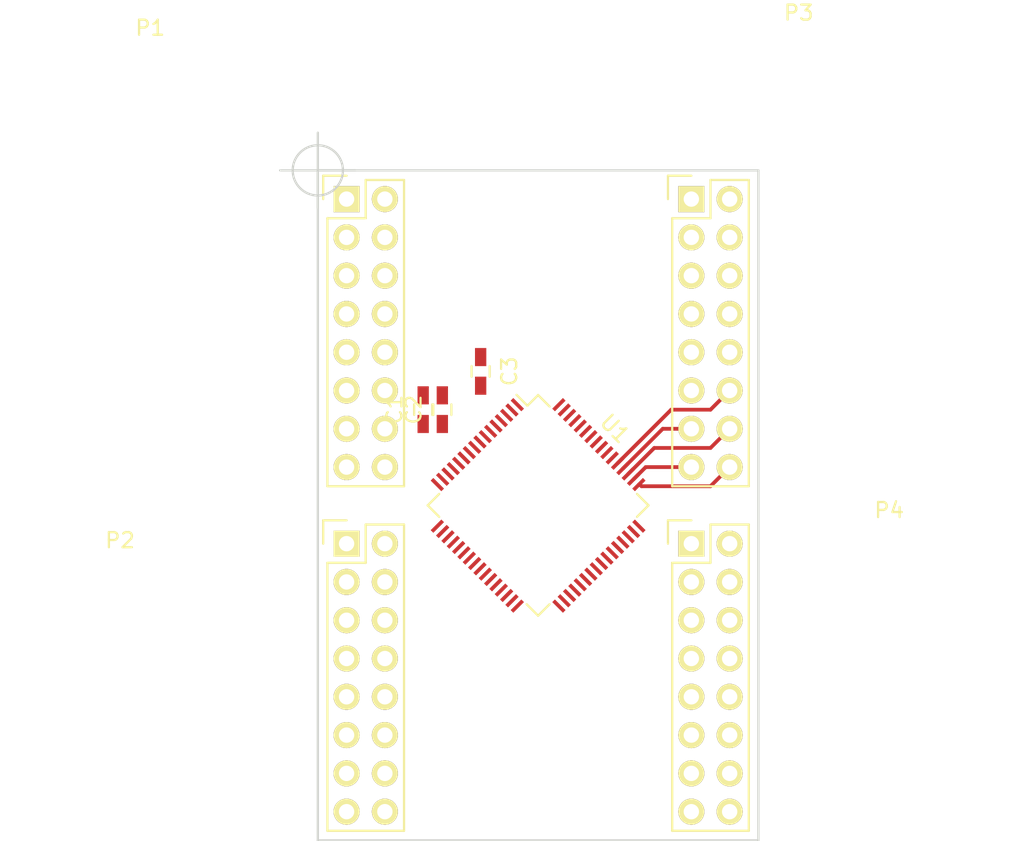
<source format=kicad_pcb>
(kicad_pcb (version 4) (host pcbnew 4.0.1-stable)

  (general
    (links 71)
    (no_connects 71)
    (area 0 0 0 0)
    (thickness 1.6)
    (drawings 5)
    (tracks 14)
    (zones 0)
    (modules 8)
    (nets 64)
  )

  (page A4)
  (layers
    (0 F.Cu signal)
    (31 B.Cu signal)
    (32 B.Adhes user)
    (33 F.Adhes user)
    (34 B.Paste user)
    (35 F.Paste user)
    (36 B.SilkS user)
    (37 F.SilkS user)
    (38 B.Mask user)
    (39 F.Mask user)
    (40 Dwgs.User user)
    (41 Cmts.User user)
    (42 Eco1.User user)
    (43 Eco2.User user)
    (44 Edge.Cuts user)
    (45 Margin user)
    (46 B.CrtYd user)
    (47 F.CrtYd user)
    (48 B.Fab user)
    (49 F.Fab user)
  )

  (setup
    (last_trace_width 0.25)
    (trace_clearance 0.2)
    (zone_clearance 0.508)
    (zone_45_only no)
    (trace_min 0.2)
    (segment_width 0.2)
    (edge_width 0.15)
    (via_size 0.6)
    (via_drill 0.4)
    (via_min_size 0.4)
    (via_min_drill 0.3)
    (uvia_size 0.3)
    (uvia_drill 0.1)
    (uvias_allowed no)
    (uvia_min_size 0.2)
    (uvia_min_drill 0.1)
    (pcb_text_width 0.3)
    (pcb_text_size 1.5 1.5)
    (mod_edge_width 0.15)
    (mod_text_size 1 1)
    (mod_text_width 0.15)
    (pad_size 1.524 1.524)
    (pad_drill 0.762)
    (pad_to_mask_clearance 0.2)
    (aux_axis_origin 0 0)
    (visible_elements 7FFFFFFF)
    (pcbplotparams
      (layerselection 0x00030_80000001)
      (usegerberextensions false)
      (excludeedgelayer true)
      (linewidth 0.100000)
      (plotframeref false)
      (viasonmask false)
      (mode 1)
      (useauxorigin false)
      (hpglpennumber 1)
      (hpglpenspeed 20)
      (hpglpendiameter 15)
      (hpglpenoverlay 2)
      (psnegative false)
      (psa4output false)
      (plotreference true)
      (plotvalue true)
      (plotinvisibletext false)
      (padsonsilk false)
      (subtractmaskfromsilk false)
      (outputformat 1)
      (mirror false)
      (drillshape 1)
      (scaleselection 1)
      (outputdirectory ""))
  )

  (net 0 "")
  (net 1 +3V3)
  (net 2 GND)
  (net 3 "Net-(C3-Pad1)")
  (net 4 /P120)
  (net 5 /P43)
  (net 6 /P42)
  (net 7 /P41)
  (net 8 /P40)
  (net 9 //RESET)
  (net 10 /P124)
  (net 11 /P123)
  (net 12 /P137)
  (net 13 /P122)
  (net 14 /P121)
  (net 15 "Net-(P1-Pad12)")
  (net 16 /P60)
  (net 17 /P61)
  (net 18 /P62)
  (net 19 /P63)
  (net 20 /P31)
  (net 21 /P77)
  (net 22 /P76)
  (net 23 /P75)
  (net 24 /P74)
  (net 25 /P73)
  (net 26 /P72)
  (net 27 /P71)
  (net 28 /P70)
  (net 29 /P06)
  (net 30 /P05)
  (net 31 /P30)
  (net 32 /P141)
  (net 33 /P140)
  (net 34 /P01)
  (net 35 /P00)
  (net 36 /P03)
  (net 37 /P02)
  (net 38 /P130)
  (net 39 /P04)
  (net 40 /P21)
  (net 41 /P20)
  (net 42 /P23)
  (net 43 /P22)
  (net 44 /P25)
  (net 45 /P24)
  (net 46 /P27)
  (net 47 /P26)
  (net 48 /P146)
  (net 49 /P147)
  (net 50 /P11)
  (net 51 /P10)
  (net 52 /P13)
  (net 53 /P12)
  (net 54 /P15)
  (net 55 /P14)
  (net 56 /P17)
  (net 57 /P16)
  (net 58 /P54)
  (net 59 /P55)
  (net 60 /P52)
  (net 61 /P53)
  (net 62 /P50)
  (net 63 /P51)

  (net_class Default "これは標準のネット クラスです。"
    (clearance 0.2)
    (trace_width 0.25)
    (via_dia 0.6)
    (via_drill 0.4)
    (uvia_dia 0.3)
    (uvia_drill 0.1)
    (add_net +3V3)
    (add_net //RESET)
    (add_net /P00)
    (add_net /P01)
    (add_net /P02)
    (add_net /P03)
    (add_net /P04)
    (add_net /P05)
    (add_net /P06)
    (add_net /P10)
    (add_net /P11)
    (add_net /P12)
    (add_net /P120)
    (add_net /P121)
    (add_net /P122)
    (add_net /P123)
    (add_net /P124)
    (add_net /P13)
    (add_net /P130)
    (add_net /P137)
    (add_net /P14)
    (add_net /P140)
    (add_net /P141)
    (add_net /P146)
    (add_net /P147)
    (add_net /P15)
    (add_net /P16)
    (add_net /P17)
    (add_net /P20)
    (add_net /P21)
    (add_net /P22)
    (add_net /P23)
    (add_net /P24)
    (add_net /P25)
    (add_net /P26)
    (add_net /P27)
    (add_net /P30)
    (add_net /P31)
    (add_net /P40)
    (add_net /P41)
    (add_net /P42)
    (add_net /P43)
    (add_net /P50)
    (add_net /P51)
    (add_net /P52)
    (add_net /P53)
    (add_net /P54)
    (add_net /P55)
    (add_net /P60)
    (add_net /P61)
    (add_net /P62)
    (add_net /P63)
    (add_net /P70)
    (add_net /P71)
    (add_net /P72)
    (add_net /P73)
    (add_net /P74)
    (add_net /P75)
    (add_net /P76)
    (add_net /P77)
    (add_net GND)
    (add_net "Net-(C3-Pad1)")
    (add_net "Net-(P1-Pad12)")
  )

  (module Capacitors_SMD:C_0603_HandSoldering (layer F.Cu) (tedit 541A9B4D) (tstamp 57BBABB0)
    (at 165.1 100.33 90)
    (descr "Capacitor SMD 0603, hand soldering")
    (tags "capacitor 0603")
    (path /57AA5CE0)
    (attr smd)
    (fp_text reference C1 (at 0 -1.9 90) (layer F.SilkS)
      (effects (font (size 1 1) (thickness 0.15)))
    )
    (fp_text value 0.1uF (at 0 1.9 90) (layer F.Fab)
      (effects (font (size 1 1) (thickness 0.15)))
    )
    (fp_line (start -1.85 -0.75) (end 1.85 -0.75) (layer F.CrtYd) (width 0.05))
    (fp_line (start -1.85 0.75) (end 1.85 0.75) (layer F.CrtYd) (width 0.05))
    (fp_line (start -1.85 -0.75) (end -1.85 0.75) (layer F.CrtYd) (width 0.05))
    (fp_line (start 1.85 -0.75) (end 1.85 0.75) (layer F.CrtYd) (width 0.05))
    (fp_line (start -0.35 -0.6) (end 0.35 -0.6) (layer F.SilkS) (width 0.15))
    (fp_line (start 0.35 0.6) (end -0.35 0.6) (layer F.SilkS) (width 0.15))
    (pad 1 smd rect (at -0.95 0 90) (size 1.2 0.75) (layers F.Cu F.Paste F.Mask)
      (net 1 +3V3))
    (pad 2 smd rect (at 0.95 0 90) (size 1.2 0.75) (layers F.Cu F.Paste F.Mask)
      (net 2 GND))
    (model Capacitors_SMD.3dshapes/C_0603_HandSoldering.wrl
      (at (xyz 0 0 0))
      (scale (xyz 1 1 1))
      (rotate (xyz 0 0 0))
    )
  )

  (module Capacitors_SMD:C_0603_HandSoldering (layer F.Cu) (tedit 541A9B4D) (tstamp 57BBABBC)
    (at 166.37 100.33 90)
    (descr "Capacitor SMD 0603, hand soldering")
    (tags "capacitor 0603")
    (path /57AA5D92)
    (attr smd)
    (fp_text reference C2 (at 0 -1.9 90) (layer F.SilkS)
      (effects (font (size 1 1) (thickness 0.15)))
    )
    (fp_text value 0.1uF (at 0 1.9 90) (layer F.Fab)
      (effects (font (size 1 1) (thickness 0.15)))
    )
    (fp_line (start -1.85 -0.75) (end 1.85 -0.75) (layer F.CrtYd) (width 0.05))
    (fp_line (start -1.85 0.75) (end 1.85 0.75) (layer F.CrtYd) (width 0.05))
    (fp_line (start -1.85 -0.75) (end -1.85 0.75) (layer F.CrtYd) (width 0.05))
    (fp_line (start 1.85 -0.75) (end 1.85 0.75) (layer F.CrtYd) (width 0.05))
    (fp_line (start -0.35 -0.6) (end 0.35 -0.6) (layer F.SilkS) (width 0.15))
    (fp_line (start 0.35 0.6) (end -0.35 0.6) (layer F.SilkS) (width 0.15))
    (pad 1 smd rect (at -0.95 0 90) (size 1.2 0.75) (layers F.Cu F.Paste F.Mask)
      (net 1 +3V3))
    (pad 2 smd rect (at 0.95 0 90) (size 1.2 0.75) (layers F.Cu F.Paste F.Mask)
      (net 2 GND))
    (model Capacitors_SMD.3dshapes/C_0603_HandSoldering.wrl
      (at (xyz 0 0 0))
      (scale (xyz 1 1 1))
      (rotate (xyz 0 0 0))
    )
  )

  (module Capacitors_SMD:C_0603_HandSoldering (layer F.Cu) (tedit 541A9B4D) (tstamp 57BBABC8)
    (at 168.91 97.79 270)
    (descr "Capacitor SMD 0603, hand soldering")
    (tags "capacitor 0603")
    (path /57AA5A71)
    (attr smd)
    (fp_text reference C3 (at 0 -1.9 270) (layer F.SilkS)
      (effects (font (size 1 1) (thickness 0.15)))
    )
    (fp_text value 1uF (at 0 1.9 270) (layer F.Fab)
      (effects (font (size 1 1) (thickness 0.15)))
    )
    (fp_line (start -1.85 -0.75) (end 1.85 -0.75) (layer F.CrtYd) (width 0.05))
    (fp_line (start -1.85 0.75) (end 1.85 0.75) (layer F.CrtYd) (width 0.05))
    (fp_line (start -1.85 -0.75) (end -1.85 0.75) (layer F.CrtYd) (width 0.05))
    (fp_line (start 1.85 -0.75) (end 1.85 0.75) (layer F.CrtYd) (width 0.05))
    (fp_line (start -0.35 -0.6) (end 0.35 -0.6) (layer F.SilkS) (width 0.15))
    (fp_line (start 0.35 0.6) (end -0.35 0.6) (layer F.SilkS) (width 0.15))
    (pad 1 smd rect (at -0.95 0 270) (size 1.2 0.75) (layers F.Cu F.Paste F.Mask)
      (net 3 "Net-(C3-Pad1)"))
    (pad 2 smd rect (at 0.95 0 270) (size 1.2 0.75) (layers F.Cu F.Paste F.Mask)
      (net 2 GND))
    (model Capacitors_SMD.3dshapes/C_0603_HandSoldering.wrl
      (at (xyz 0 0 0))
      (scale (xyz 1 1 1))
      (rotate (xyz 0 0 0))
    )
  )

  (module Pin_Headers:Pin_Header_Straight_2x08 (layer F.Cu) (tedit 57BBE33B) (tstamp 57BBABE8)
    (at 160.02 86.36)
    (descr "Through hole pin header")
    (tags "pin header")
    (path /57B27F81)
    (fp_text reference P1 (at -13.02 -11.36) (layer F.SilkS)
      (effects (font (size 1 1) (thickness 0.15)))
    )
    (fp_text value CONN_02X08 (at -14.02 -9.36) (layer F.Fab)
      (effects (font (size 1 1) (thickness 0.15)))
    )
    (fp_line (start -1.75 -1.75) (end -1.75 19.55) (layer F.CrtYd) (width 0.05))
    (fp_line (start 4.3 -1.75) (end 4.3 19.55) (layer F.CrtYd) (width 0.05))
    (fp_line (start -1.75 -1.75) (end 4.3 -1.75) (layer F.CrtYd) (width 0.05))
    (fp_line (start -1.75 19.55) (end 4.3 19.55) (layer F.CrtYd) (width 0.05))
    (fp_line (start 3.81 19.05) (end 3.81 -1.27) (layer F.SilkS) (width 0.15))
    (fp_line (start -1.27 1.27) (end -1.27 19.05) (layer F.SilkS) (width 0.15))
    (fp_line (start 3.81 19.05) (end -1.27 19.05) (layer F.SilkS) (width 0.15))
    (fp_line (start 3.81 -1.27) (end 1.27 -1.27) (layer F.SilkS) (width 0.15))
    (fp_line (start 0 -1.55) (end -1.55 -1.55) (layer F.SilkS) (width 0.15))
    (fp_line (start 1.27 -1.27) (end 1.27 1.27) (layer F.SilkS) (width 0.15))
    (fp_line (start 1.27 1.27) (end -1.27 1.27) (layer F.SilkS) (width 0.15))
    (fp_line (start -1.55 -1.55) (end -1.55 0) (layer F.SilkS) (width 0.15))
    (pad 1 thru_hole rect (at 0 0) (size 1.7272 1.7272) (drill 1.016) (layers *.Cu *.Mask F.SilkS)
      (net 4 /P120))
    (pad 2 thru_hole oval (at 2.54 0) (size 1.7272 1.7272) (drill 1.016) (layers *.Cu *.Mask F.SilkS)
      (net 5 /P43))
    (pad 3 thru_hole oval (at 0 2.54) (size 1.7272 1.7272) (drill 1.016) (layers *.Cu *.Mask F.SilkS)
      (net 6 /P42))
    (pad 4 thru_hole oval (at 2.54 2.54) (size 1.7272 1.7272) (drill 1.016) (layers *.Cu *.Mask F.SilkS)
      (net 7 /P41))
    (pad 5 thru_hole oval (at 0 5.08) (size 1.7272 1.7272) (drill 1.016) (layers *.Cu *.Mask F.SilkS)
      (net 8 /P40))
    (pad 6 thru_hole oval (at 2.54 5.08) (size 1.7272 1.7272) (drill 1.016) (layers *.Cu *.Mask F.SilkS)
      (net 9 //RESET))
    (pad 7 thru_hole oval (at 0 7.62) (size 1.7272 1.7272) (drill 1.016) (layers *.Cu *.Mask F.SilkS)
      (net 10 /P124))
    (pad 8 thru_hole oval (at 2.54 7.62) (size 1.7272 1.7272) (drill 1.016) (layers *.Cu *.Mask F.SilkS)
      (net 11 /P123))
    (pad 9 thru_hole oval (at 0 10.16) (size 1.7272 1.7272) (drill 1.016) (layers *.Cu *.Mask F.SilkS)
      (net 12 /P137))
    (pad 10 thru_hole oval (at 2.54 10.16) (size 1.7272 1.7272) (drill 1.016) (layers *.Cu *.Mask F.SilkS)
      (net 13 /P122))
    (pad 11 thru_hole oval (at 0 12.7) (size 1.7272 1.7272) (drill 1.016) (layers *.Cu *.Mask F.SilkS)
      (net 14 /P121))
    (pad 12 thru_hole oval (at 2.54 12.7) (size 1.7272 1.7272) (drill 1.016) (layers *.Cu *.Mask F.SilkS)
      (net 15 "Net-(P1-Pad12)"))
    (pad 13 thru_hole oval (at 0 15.24) (size 1.7272 1.7272) (drill 1.016) (layers *.Cu *.Mask F.SilkS)
      (net 2 GND))
    (pad 14 thru_hole oval (at 2.54 15.24) (size 1.7272 1.7272) (drill 1.016) (layers *.Cu *.Mask F.SilkS)
      (net 2 GND))
    (pad 15 thru_hole oval (at 0 17.78) (size 1.7272 1.7272) (drill 1.016) (layers *.Cu *.Mask F.SilkS)
      (net 1 +3V3))
    (pad 16 thru_hole oval (at 2.54 17.78) (size 1.7272 1.7272) (drill 1.016) (layers *.Cu *.Mask F.SilkS)
      (net 1 +3V3))
    (model Pin_Headers.3dshapes/Pin_Header_Straight_2x08.wrl
      (at (xyz 0.05 -0.35 0))
      (scale (xyz 1 1 1))
      (rotate (xyz 0 0 90))
    )
  )

  (module Pin_Headers:Pin_Header_Straight_2x08 (layer F.Cu) (tedit 57BBE367) (tstamp 57BBAC08)
    (at 160.02 109.22)
    (descr "Through hole pin header")
    (tags "pin header")
    (path /57B27FB8)
    (fp_text reference P2 (at -15.02 -0.22) (layer F.SilkS)
      (effects (font (size 1 1) (thickness 0.15)))
    )
    (fp_text value CONN_02X08 (at -18.02 1.78) (layer F.Fab)
      (effects (font (size 1 1) (thickness 0.15)))
    )
    (fp_line (start -1.75 -1.75) (end -1.75 19.55) (layer F.CrtYd) (width 0.05))
    (fp_line (start 4.3 -1.75) (end 4.3 19.55) (layer F.CrtYd) (width 0.05))
    (fp_line (start -1.75 -1.75) (end 4.3 -1.75) (layer F.CrtYd) (width 0.05))
    (fp_line (start -1.75 19.55) (end 4.3 19.55) (layer F.CrtYd) (width 0.05))
    (fp_line (start 3.81 19.05) (end 3.81 -1.27) (layer F.SilkS) (width 0.15))
    (fp_line (start -1.27 1.27) (end -1.27 19.05) (layer F.SilkS) (width 0.15))
    (fp_line (start 3.81 19.05) (end -1.27 19.05) (layer F.SilkS) (width 0.15))
    (fp_line (start 3.81 -1.27) (end 1.27 -1.27) (layer F.SilkS) (width 0.15))
    (fp_line (start 0 -1.55) (end -1.55 -1.55) (layer F.SilkS) (width 0.15))
    (fp_line (start 1.27 -1.27) (end 1.27 1.27) (layer F.SilkS) (width 0.15))
    (fp_line (start 1.27 1.27) (end -1.27 1.27) (layer F.SilkS) (width 0.15))
    (fp_line (start -1.55 -1.55) (end -1.55 0) (layer F.SilkS) (width 0.15))
    (pad 1 thru_hole rect (at 0 0) (size 1.7272 1.7272) (drill 1.016) (layers *.Cu *.Mask F.SilkS)
      (net 16 /P60))
    (pad 2 thru_hole oval (at 2.54 0) (size 1.7272 1.7272) (drill 1.016) (layers *.Cu *.Mask F.SilkS)
      (net 17 /P61))
    (pad 3 thru_hole oval (at 0 2.54) (size 1.7272 1.7272) (drill 1.016) (layers *.Cu *.Mask F.SilkS)
      (net 18 /P62))
    (pad 4 thru_hole oval (at 2.54 2.54) (size 1.7272 1.7272) (drill 1.016) (layers *.Cu *.Mask F.SilkS)
      (net 19 /P63))
    (pad 5 thru_hole oval (at 0 5.08) (size 1.7272 1.7272) (drill 1.016) (layers *.Cu *.Mask F.SilkS)
      (net 20 /P31))
    (pad 6 thru_hole oval (at 2.54 5.08) (size 1.7272 1.7272) (drill 1.016) (layers *.Cu *.Mask F.SilkS)
      (net 21 /P77))
    (pad 7 thru_hole oval (at 0 7.62) (size 1.7272 1.7272) (drill 1.016) (layers *.Cu *.Mask F.SilkS)
      (net 22 /P76))
    (pad 8 thru_hole oval (at 2.54 7.62) (size 1.7272 1.7272) (drill 1.016) (layers *.Cu *.Mask F.SilkS)
      (net 23 /P75))
    (pad 9 thru_hole oval (at 0 10.16) (size 1.7272 1.7272) (drill 1.016) (layers *.Cu *.Mask F.SilkS)
      (net 24 /P74))
    (pad 10 thru_hole oval (at 2.54 10.16) (size 1.7272 1.7272) (drill 1.016) (layers *.Cu *.Mask F.SilkS)
      (net 25 /P73))
    (pad 11 thru_hole oval (at 0 12.7) (size 1.7272 1.7272) (drill 1.016) (layers *.Cu *.Mask F.SilkS)
      (net 26 /P72))
    (pad 12 thru_hole oval (at 2.54 12.7) (size 1.7272 1.7272) (drill 1.016) (layers *.Cu *.Mask F.SilkS)
      (net 27 /P71))
    (pad 13 thru_hole oval (at 0 15.24) (size 1.7272 1.7272) (drill 1.016) (layers *.Cu *.Mask F.SilkS)
      (net 28 /P70))
    (pad 14 thru_hole oval (at 2.54 15.24) (size 1.7272 1.7272) (drill 1.016) (layers *.Cu *.Mask F.SilkS)
      (net 29 /P06))
    (pad 15 thru_hole oval (at 0 17.78) (size 1.7272 1.7272) (drill 1.016) (layers *.Cu *.Mask F.SilkS)
      (net 30 /P05))
    (pad 16 thru_hole oval (at 2.54 17.78) (size 1.7272 1.7272) (drill 1.016) (layers *.Cu *.Mask F.SilkS)
      (net 31 /P30))
    (model Pin_Headers.3dshapes/Pin_Header_Straight_2x08.wrl
      (at (xyz 0.05 -0.35 0))
      (scale (xyz 1 1 1))
      (rotate (xyz 0 0 90))
    )
  )

  (module Pin_Headers:Pin_Header_Straight_2x08 (layer F.Cu) (tedit 57BBE345) (tstamp 57BBAC28)
    (at 182.88 86.36)
    (descr "Through hole pin header")
    (tags "pin header")
    (path /57B2A5B7)
    (fp_text reference P3 (at 7.12 -12.36) (layer F.SilkS)
      (effects (font (size 1 1) (thickness 0.15)))
    )
    (fp_text value CONN_02X08 (at 8.12 -10.36) (layer F.Fab)
      (effects (font (size 1 1) (thickness 0.15)))
    )
    (fp_line (start -1.75 -1.75) (end -1.75 19.55) (layer F.CrtYd) (width 0.05))
    (fp_line (start 4.3 -1.75) (end 4.3 19.55) (layer F.CrtYd) (width 0.05))
    (fp_line (start -1.75 -1.75) (end 4.3 -1.75) (layer F.CrtYd) (width 0.05))
    (fp_line (start -1.75 19.55) (end 4.3 19.55) (layer F.CrtYd) (width 0.05))
    (fp_line (start 3.81 19.05) (end 3.81 -1.27) (layer F.SilkS) (width 0.15))
    (fp_line (start -1.27 1.27) (end -1.27 19.05) (layer F.SilkS) (width 0.15))
    (fp_line (start 3.81 19.05) (end -1.27 19.05) (layer F.SilkS) (width 0.15))
    (fp_line (start 3.81 -1.27) (end 1.27 -1.27) (layer F.SilkS) (width 0.15))
    (fp_line (start 0 -1.55) (end -1.55 -1.55) (layer F.SilkS) (width 0.15))
    (fp_line (start 1.27 -1.27) (end 1.27 1.27) (layer F.SilkS) (width 0.15))
    (fp_line (start 1.27 1.27) (end -1.27 1.27) (layer F.SilkS) (width 0.15))
    (fp_line (start -1.55 -1.55) (end -1.55 0) (layer F.SilkS) (width 0.15))
    (pad 1 thru_hole rect (at 0 0) (size 1.7272 1.7272) (drill 1.016) (layers *.Cu *.Mask F.SilkS)
      (net 33 /P140))
    (pad 2 thru_hole oval (at 2.54 0) (size 1.7272 1.7272) (drill 1.016) (layers *.Cu *.Mask F.SilkS)
      (net 32 /P141))
    (pad 3 thru_hole oval (at 0 2.54) (size 1.7272 1.7272) (drill 1.016) (layers *.Cu *.Mask F.SilkS)
      (net 35 /P00))
    (pad 4 thru_hole oval (at 2.54 2.54) (size 1.7272 1.7272) (drill 1.016) (layers *.Cu *.Mask F.SilkS)
      (net 34 /P01))
    (pad 5 thru_hole oval (at 0 5.08) (size 1.7272 1.7272) (drill 1.016) (layers *.Cu *.Mask F.SilkS)
      (net 37 /P02))
    (pad 6 thru_hole oval (at 2.54 5.08) (size 1.7272 1.7272) (drill 1.016) (layers *.Cu *.Mask F.SilkS)
      (net 36 /P03))
    (pad 7 thru_hole oval (at 0 7.62) (size 1.7272 1.7272) (drill 1.016) (layers *.Cu *.Mask F.SilkS)
      (net 39 /P04))
    (pad 8 thru_hole oval (at 2.54 7.62) (size 1.7272 1.7272) (drill 1.016) (layers *.Cu *.Mask F.SilkS)
      (net 38 /P130))
    (pad 9 thru_hole oval (at 0 10.16) (size 1.7272 1.7272) (drill 1.016) (layers *.Cu *.Mask F.SilkS)
      (net 41 /P20))
    (pad 10 thru_hole oval (at 2.54 10.16) (size 1.7272 1.7272) (drill 1.016) (layers *.Cu *.Mask F.SilkS)
      (net 40 /P21))
    (pad 11 thru_hole oval (at 0 12.7) (size 1.7272 1.7272) (drill 1.016) (layers *.Cu *.Mask F.SilkS)
      (net 43 /P22))
    (pad 12 thru_hole oval (at 2.54 12.7) (size 1.7272 1.7272) (drill 1.016) (layers *.Cu *.Mask F.SilkS)
      (net 42 /P23))
    (pad 13 thru_hole oval (at 0 15.24) (size 1.7272 1.7272) (drill 1.016) (layers *.Cu *.Mask F.SilkS)
      (net 45 /P24))
    (pad 14 thru_hole oval (at 2.54 15.24) (size 1.7272 1.7272) (drill 1.016) (layers *.Cu *.Mask F.SilkS)
      (net 44 /P25))
    (pad 15 thru_hole oval (at 0 17.78) (size 1.7272 1.7272) (drill 1.016) (layers *.Cu *.Mask F.SilkS)
      (net 47 /P26))
    (pad 16 thru_hole oval (at 2.54 17.78) (size 1.7272 1.7272) (drill 1.016) (layers *.Cu *.Mask F.SilkS)
      (net 46 /P27))
    (model Pin_Headers.3dshapes/Pin_Header_Straight_2x08.wrl
      (at (xyz 0.05 -0.35 0))
      (scale (xyz 1 1 1))
      (rotate (xyz 0 0 90))
    )
  )

  (module Pin_Headers:Pin_Header_Straight_2x08 (layer F.Cu) (tedit 57BBE357) (tstamp 57BBAC48)
    (at 182.88 109.22)
    (descr "Through hole pin header")
    (tags "pin header")
    (path /57B2A5EC)
    (fp_text reference P4 (at 13.12 -2.22) (layer F.SilkS)
      (effects (font (size 1 1) (thickness 0.15)))
    )
    (fp_text value CONN_02X08 (at 17.12 -0.22) (layer F.Fab)
      (effects (font (size 1 1) (thickness 0.15)))
    )
    (fp_line (start -1.75 -1.75) (end -1.75 19.55) (layer F.CrtYd) (width 0.05))
    (fp_line (start 4.3 -1.75) (end 4.3 19.55) (layer F.CrtYd) (width 0.05))
    (fp_line (start -1.75 -1.75) (end 4.3 -1.75) (layer F.CrtYd) (width 0.05))
    (fp_line (start -1.75 19.55) (end 4.3 19.55) (layer F.CrtYd) (width 0.05))
    (fp_line (start 3.81 19.05) (end 3.81 -1.27) (layer F.SilkS) (width 0.15))
    (fp_line (start -1.27 1.27) (end -1.27 19.05) (layer F.SilkS) (width 0.15))
    (fp_line (start 3.81 19.05) (end -1.27 19.05) (layer F.SilkS) (width 0.15))
    (fp_line (start 3.81 -1.27) (end 1.27 -1.27) (layer F.SilkS) (width 0.15))
    (fp_line (start 0 -1.55) (end -1.55 -1.55) (layer F.SilkS) (width 0.15))
    (fp_line (start 1.27 -1.27) (end 1.27 1.27) (layer F.SilkS) (width 0.15))
    (fp_line (start 1.27 1.27) (end -1.27 1.27) (layer F.SilkS) (width 0.15))
    (fp_line (start -1.55 -1.55) (end -1.55 0) (layer F.SilkS) (width 0.15))
    (pad 1 thru_hole rect (at 0 0) (size 1.7272 1.7272) (drill 1.016) (layers *.Cu *.Mask F.SilkS)
      (net 48 /P146))
    (pad 2 thru_hole oval (at 2.54 0) (size 1.7272 1.7272) (drill 1.016) (layers *.Cu *.Mask F.SilkS)
      (net 49 /P147))
    (pad 3 thru_hole oval (at 0 2.54) (size 1.7272 1.7272) (drill 1.016) (layers *.Cu *.Mask F.SilkS)
      (net 50 /P11))
    (pad 4 thru_hole oval (at 2.54 2.54) (size 1.7272 1.7272) (drill 1.016) (layers *.Cu *.Mask F.SilkS)
      (net 51 /P10))
    (pad 5 thru_hole oval (at 0 5.08) (size 1.7272 1.7272) (drill 1.016) (layers *.Cu *.Mask F.SilkS)
      (net 52 /P13))
    (pad 6 thru_hole oval (at 2.54 5.08) (size 1.7272 1.7272) (drill 1.016) (layers *.Cu *.Mask F.SilkS)
      (net 53 /P12))
    (pad 7 thru_hole oval (at 0 7.62) (size 1.7272 1.7272) (drill 1.016) (layers *.Cu *.Mask F.SilkS)
      (net 54 /P15))
    (pad 8 thru_hole oval (at 2.54 7.62) (size 1.7272 1.7272) (drill 1.016) (layers *.Cu *.Mask F.SilkS)
      (net 55 /P14))
    (pad 9 thru_hole oval (at 0 10.16) (size 1.7272 1.7272) (drill 1.016) (layers *.Cu *.Mask F.SilkS)
      (net 56 /P17))
    (pad 10 thru_hole oval (at 2.54 10.16) (size 1.7272 1.7272) (drill 1.016) (layers *.Cu *.Mask F.SilkS)
      (net 57 /P16))
    (pad 11 thru_hole oval (at 0 12.7) (size 1.7272 1.7272) (drill 1.016) (layers *.Cu *.Mask F.SilkS)
      (net 58 /P54))
    (pad 12 thru_hole oval (at 2.54 12.7) (size 1.7272 1.7272) (drill 1.016) (layers *.Cu *.Mask F.SilkS)
      (net 59 /P55))
    (pad 13 thru_hole oval (at 0 15.24) (size 1.7272 1.7272) (drill 1.016) (layers *.Cu *.Mask F.SilkS)
      (net 60 /P52))
    (pad 14 thru_hole oval (at 2.54 15.24) (size 1.7272 1.7272) (drill 1.016) (layers *.Cu *.Mask F.SilkS)
      (net 61 /P53))
    (pad 15 thru_hole oval (at 0 17.78) (size 1.7272 1.7272) (drill 1.016) (layers *.Cu *.Mask F.SilkS)
      (net 62 /P50))
    (pad 16 thru_hole oval (at 2.54 17.78) (size 1.7272 1.7272) (drill 1.016) (layers *.Cu *.Mask F.SilkS)
      (net 63 /P51))
    (model Pin_Headers.3dshapes/Pin_Header_Straight_2x08.wrl
      (at (xyz 0.05 -0.35 0))
      (scale (xyz 1 1 1))
      (rotate (xyz 0 0 90))
    )
  )

  (module Housings_QFP:LQFP-64_10x10mm_Pitch0.5mm (layer F.Cu) (tedit 54130A77) (tstamp 57BBAC9F)
    (at 172.72 106.68 315)
    (descr "64 LEAD LQFP 10x10mm (see MICREL LQFP10x10-64LD-PL-1.pdf)")
    (tags "QFP 0.5")
    (path /57BBABB9)
    (attr smd)
    (fp_text reference U1 (at 0 -7.2 315) (layer F.SilkS)
      (effects (font (size 1 1) (thickness 0.15)))
    )
    (fp_text value R5F100LxAFB (at 0 7.2 315) (layer F.Fab)
      (effects (font (size 1 1) (thickness 0.15)))
    )
    (fp_text user %R (at 0 0 315) (layer F.Fab)
      (effects (font (size 1 1) (thickness 0.15)))
    )
    (fp_line (start -4 -5) (end 5 -5) (layer F.Fab) (width 0.15))
    (fp_line (start 5 -5) (end 5 5) (layer F.Fab) (width 0.15))
    (fp_line (start 5 5) (end -5 5) (layer F.Fab) (width 0.15))
    (fp_line (start -5 5) (end -5 -4) (layer F.Fab) (width 0.15))
    (fp_line (start -5 -4) (end -4 -5) (layer F.Fab) (width 0.15))
    (fp_line (start -6.45 -6.45) (end -6.45 6.45) (layer F.CrtYd) (width 0.05))
    (fp_line (start 6.45 -6.45) (end 6.45 6.45) (layer F.CrtYd) (width 0.05))
    (fp_line (start -6.45 -6.45) (end 6.45 -6.45) (layer F.CrtYd) (width 0.05))
    (fp_line (start -6.45 6.45) (end 6.45 6.45) (layer F.CrtYd) (width 0.05))
    (fp_line (start -5.175 -5.175) (end -5.175 -4.175) (layer F.SilkS) (width 0.15))
    (fp_line (start 5.175 -5.175) (end 5.175 -4.1) (layer F.SilkS) (width 0.15))
    (fp_line (start 5.175 5.175) (end 5.175 4.1) (layer F.SilkS) (width 0.15))
    (fp_line (start -5.175 5.175) (end -5.175 4.1) (layer F.SilkS) (width 0.15))
    (fp_line (start -5.175 -5.175) (end -4.1 -5.175) (layer F.SilkS) (width 0.15))
    (fp_line (start -5.175 5.175) (end -4.1 5.175) (layer F.SilkS) (width 0.15))
    (fp_line (start 5.175 5.175) (end 4.1 5.175) (layer F.SilkS) (width 0.15))
    (fp_line (start 5.175 -5.175) (end 4.1 -5.175) (layer F.SilkS) (width 0.15))
    (fp_line (start -5.175 -4.175) (end -6.2 -4.175) (layer F.SilkS) (width 0.15))
    (pad 1 smd rect (at -5.7 -3.75 315) (size 1 0.25) (layers F.Cu F.Paste F.Mask)
      (net 4 /P120))
    (pad 2 smd rect (at -5.7 -3.25 315) (size 1 0.25) (layers F.Cu F.Paste F.Mask)
      (net 5 /P43))
    (pad 3 smd rect (at -5.7 -2.75 315) (size 1 0.25) (layers F.Cu F.Paste F.Mask)
      (net 6 /P42))
    (pad 4 smd rect (at -5.7 -2.25 315) (size 1 0.25) (layers F.Cu F.Paste F.Mask)
      (net 7 /P41))
    (pad 5 smd rect (at -5.7 -1.75 315) (size 1 0.25) (layers F.Cu F.Paste F.Mask)
      (net 8 /P40))
    (pad 6 smd rect (at -5.7 -1.25 315) (size 1 0.25) (layers F.Cu F.Paste F.Mask)
      (net 9 //RESET))
    (pad 7 smd rect (at -5.7 -0.75 315) (size 1 0.25) (layers F.Cu F.Paste F.Mask)
      (net 10 /P124))
    (pad 8 smd rect (at -5.7 -0.25 315) (size 1 0.25) (layers F.Cu F.Paste F.Mask)
      (net 11 /P123))
    (pad 9 smd rect (at -5.7 0.25 315) (size 1 0.25) (layers F.Cu F.Paste F.Mask)
      (net 12 /P137))
    (pad 10 smd rect (at -5.7 0.75 315) (size 1 0.25) (layers F.Cu F.Paste F.Mask)
      (net 13 /P122))
    (pad 11 smd rect (at -5.7 1.25 315) (size 1 0.25) (layers F.Cu F.Paste F.Mask)
      (net 14 /P121))
    (pad 12 smd rect (at -5.7 1.75 315) (size 1 0.25) (layers F.Cu F.Paste F.Mask)
      (net 3 "Net-(C3-Pad1)"))
    (pad 13 smd rect (at -5.7 2.25 315) (size 1 0.25) (layers F.Cu F.Paste F.Mask)
      (net 2 GND))
    (pad 14 smd rect (at -5.7 2.75 315) (size 1 0.25) (layers F.Cu F.Paste F.Mask)
      (net 2 GND))
    (pad 15 smd rect (at -5.7 3.25 315) (size 1 0.25) (layers F.Cu F.Paste F.Mask)
      (net 1 +3V3))
    (pad 16 smd rect (at -5.7 3.75 315) (size 1 0.25) (layers F.Cu F.Paste F.Mask)
      (net 1 +3V3))
    (pad 17 smd rect (at -3.75 5.7 45) (size 1 0.25) (layers F.Cu F.Paste F.Mask)
      (net 16 /P60))
    (pad 18 smd rect (at -3.25 5.7 45) (size 1 0.25) (layers F.Cu F.Paste F.Mask)
      (net 17 /P61))
    (pad 19 smd rect (at -2.75 5.7 45) (size 1 0.25) (layers F.Cu F.Paste F.Mask)
      (net 18 /P62))
    (pad 20 smd rect (at -2.25 5.7 45) (size 1 0.25) (layers F.Cu F.Paste F.Mask)
      (net 19 /P63))
    (pad 21 smd rect (at -1.75 5.7 45) (size 1 0.25) (layers F.Cu F.Paste F.Mask)
      (net 20 /P31))
    (pad 22 smd rect (at -1.25 5.7 45) (size 1 0.25) (layers F.Cu F.Paste F.Mask)
      (net 21 /P77))
    (pad 23 smd rect (at -0.75 5.7 45) (size 1 0.25) (layers F.Cu F.Paste F.Mask)
      (net 22 /P76))
    (pad 24 smd rect (at -0.25 5.7 45) (size 1 0.25) (layers F.Cu F.Paste F.Mask)
      (net 23 /P75))
    (pad 25 smd rect (at 0.25 5.7 45) (size 1 0.25) (layers F.Cu F.Paste F.Mask)
      (net 24 /P74))
    (pad 26 smd rect (at 0.75 5.7 45) (size 1 0.25) (layers F.Cu F.Paste F.Mask)
      (net 25 /P73))
    (pad 27 smd rect (at 1.25 5.7 45) (size 1 0.25) (layers F.Cu F.Paste F.Mask)
      (net 26 /P72))
    (pad 28 smd rect (at 1.75 5.7 45) (size 1 0.25) (layers F.Cu F.Paste F.Mask)
      (net 27 /P71))
    (pad 29 smd rect (at 2.25 5.7 45) (size 1 0.25) (layers F.Cu F.Paste F.Mask)
      (net 28 /P70))
    (pad 30 smd rect (at 2.75 5.7 45) (size 1 0.25) (layers F.Cu F.Paste F.Mask)
      (net 29 /P06))
    (pad 31 smd rect (at 3.25 5.7 45) (size 1 0.25) (layers F.Cu F.Paste F.Mask)
      (net 30 /P05))
    (pad 32 smd rect (at 3.75 5.7 45) (size 1 0.25) (layers F.Cu F.Paste F.Mask)
      (net 31 /P30))
    (pad 33 smd rect (at 5.7 3.75 315) (size 1 0.25) (layers F.Cu F.Paste F.Mask)
      (net 62 /P50))
    (pad 34 smd rect (at 5.7 3.25 315) (size 1 0.25) (layers F.Cu F.Paste F.Mask)
      (net 63 /P51))
    (pad 35 smd rect (at 5.7 2.75 315) (size 1 0.25) (layers F.Cu F.Paste F.Mask)
      (net 60 /P52))
    (pad 36 smd rect (at 5.7 2.25 315) (size 1 0.25) (layers F.Cu F.Paste F.Mask)
      (net 61 /P53))
    (pad 37 smd rect (at 5.7 1.75 315) (size 1 0.25) (layers F.Cu F.Paste F.Mask)
      (net 58 /P54))
    (pad 38 smd rect (at 5.7 1.25 315) (size 1 0.25) (layers F.Cu F.Paste F.Mask)
      (net 59 /P55))
    (pad 39 smd rect (at 5.7 0.75 315) (size 1 0.25) (layers F.Cu F.Paste F.Mask)
      (net 56 /P17))
    (pad 40 smd rect (at 5.7 0.25 315) (size 1 0.25) (layers F.Cu F.Paste F.Mask)
      (net 57 /P16))
    (pad 41 smd rect (at 5.7 -0.25 315) (size 1 0.25) (layers F.Cu F.Paste F.Mask)
      (net 54 /P15))
    (pad 42 smd rect (at 5.7 -0.75 315) (size 1 0.25) (layers F.Cu F.Paste F.Mask)
      (net 55 /P14))
    (pad 43 smd rect (at 5.7 -1.25 315) (size 1 0.25) (layers F.Cu F.Paste F.Mask)
      (net 52 /P13))
    (pad 44 smd rect (at 5.7 -1.75 315) (size 1 0.25) (layers F.Cu F.Paste F.Mask)
      (net 53 /P12))
    (pad 45 smd rect (at 5.7 -2.25 315) (size 1 0.25) (layers F.Cu F.Paste F.Mask)
      (net 50 /P11))
    (pad 46 smd rect (at 5.7 -2.75 315) (size 1 0.25) (layers F.Cu F.Paste F.Mask)
      (net 51 /P10))
    (pad 47 smd rect (at 5.7 -3.25 315) (size 1 0.25) (layers F.Cu F.Paste F.Mask)
      (net 48 /P146))
    (pad 48 smd rect (at 5.7 -3.75 315) (size 1 0.25) (layers F.Cu F.Paste F.Mask)
      (net 49 /P147))
    (pad 49 smd rect (at 3.75 -5.7 45) (size 1 0.25) (layers F.Cu F.Paste F.Mask)
      (net 46 /P27))
    (pad 50 smd rect (at 3.25 -5.7 45) (size 1 0.25) (layers F.Cu F.Paste F.Mask)
      (net 47 /P26))
    (pad 51 smd rect (at 2.75 -5.7 45) (size 1 0.25) (layers F.Cu F.Paste F.Mask)
      (net 44 /P25))
    (pad 52 smd rect (at 2.25 -5.7 45) (size 1 0.25) (layers F.Cu F.Paste F.Mask)
      (net 45 /P24))
    (pad 53 smd rect (at 1.75 -5.7 45) (size 1 0.25) (layers F.Cu F.Paste F.Mask)
      (net 42 /P23))
    (pad 54 smd rect (at 1.25 -5.7 45) (size 1 0.25) (layers F.Cu F.Paste F.Mask)
      (net 43 /P22))
    (pad 55 smd rect (at 0.75 -5.7 45) (size 1 0.25) (layers F.Cu F.Paste F.Mask)
      (net 40 /P21))
    (pad 56 smd rect (at 0.25 -5.7 45) (size 1 0.25) (layers F.Cu F.Paste F.Mask)
      (net 41 /P20))
    (pad 57 smd rect (at -0.25 -5.7 45) (size 1 0.25) (layers F.Cu F.Paste F.Mask)
      (net 38 /P130))
    (pad 58 smd rect (at -0.75 -5.7 45) (size 1 0.25) (layers F.Cu F.Paste F.Mask)
      (net 39 /P04))
    (pad 59 smd rect (at -1.25 -5.7 45) (size 1 0.25) (layers F.Cu F.Paste F.Mask)
      (net 36 /P03))
    (pad 60 smd rect (at -1.75 -5.7 45) (size 1 0.25) (layers F.Cu F.Paste F.Mask)
      (net 37 /P02))
    (pad 61 smd rect (at -2.25 -5.7 45) (size 1 0.25) (layers F.Cu F.Paste F.Mask)
      (net 34 /P01))
    (pad 62 smd rect (at -2.75 -5.7 45) (size 1 0.25) (layers F.Cu F.Paste F.Mask)
      (net 35 /P00))
    (pad 63 smd rect (at -3.25 -5.7 45) (size 1 0.25) (layers F.Cu F.Paste F.Mask)
      (net 32 /P141))
    (pad 64 smd rect (at -3.75 -5.7 45) (size 1 0.25) (layers F.Cu F.Paste F.Mask)
      (net 33 /P140))
    (model Housings_QFP.3dshapes/LQFP-64_10x10mm_Pitch0.5mm.wrl
      (at (xyz 0 0 0))
      (scale (xyz 1 1 1))
      (rotate (xyz 0 0 0))
    )
  )

  (target plus (at 158.115 84.455) (size 5) (width 0.15) (layer Edge.Cuts))
  (gr_line (start 187.325 84.455) (end 187.325 128.905) (angle 90) (layer Edge.Cuts) (width 0.15))
  (gr_line (start 158.115 84.455) (end 187.325 84.455) (angle 90) (layer Edge.Cuts) (width 0.15))
  (gr_line (start 158.115 128.905) (end 158.115 84.455) (angle 90) (layer Edge.Cuts) (width 0.15))
  (gr_line (start 187.325 128.905) (end 158.115 128.905) (angle 90) (layer Edge.Cuts) (width 0.15))

  (segment (start 184.15 100.33) (end 185.42 99.06) (width 0.25) (layer F.Cu) (net 42))
  (segment (start 181.544874 100.33) (end 184.15 100.33) (width 0.25) (layer F.Cu) (net 42))
  (segment (start 177.987946 103.886928) (end 181.544874 100.33) (width 0.25) (layer F.Cu) (net 42))
  (segment (start 178.695052 104.594035) (end 180.419087 102.87) (width 0.25) (layer F.Cu) (net 44))
  (segment (start 180.419087 102.87) (end 184.15 102.87) (width 0.25) (layer F.Cu) (net 44))
  (segment (start 184.15 102.87) (end 185.42 101.6) (width 0.25) (layer F.Cu) (net 44))
  (segment (start 178.341499 104.240482) (end 180.981981 101.6) (width 0.25) (layer F.Cu) (net 45))
  (segment (start 180.981981 101.6) (end 182.88 101.6) (width 0.25) (layer F.Cu) (net 45))
  (segment (start 179.578 105.41) (end 184.15 105.41) (width 0.25) (layer F.Cu) (net 46))
  (segment (start 184.15 105.41) (end 185.42 104.14) (width 0.25) (layer F.Cu) (net 46))
  (segment (start 179.469142 105.301142) (end 179.578 105.41) (width 0.25) (layer F.Cu) (net 46))
  (segment (start 179.402159 105.301142) (end 179.469142 105.301142) (width 0.25) (layer F.Cu) (net 46))
  (segment (start 179.048606 104.947588) (end 179.856194 104.14) (width 0.25) (layer F.Cu) (net 47))
  (segment (start 179.856194 104.14) (end 182.88 104.14) (width 0.25) (layer F.Cu) (net 47))

)

</source>
